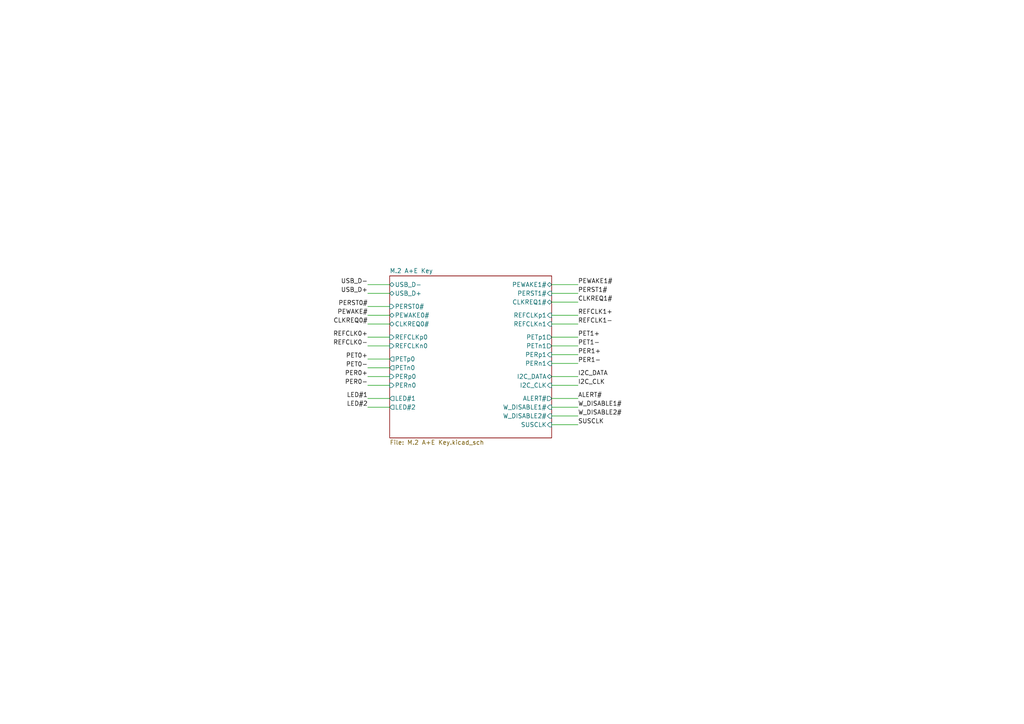
<source format=kicad_sch>
(kicad_sch
	(version 20250114)
	(generator "eeschema")
	(generator_version "9.0")
	(uuid "5fe856aa-e488-4d77-b69a-5a4a48502cc8")
	(paper "A4")
	(lib_symbols)
	(wire
		(pts
			(xy 160.02 102.87) (xy 167.64 102.87)
		)
		(stroke
			(width 0)
			(type default)
		)
		(uuid "0c6d71bf-3d30-4d4a-aa63-41e420caa399")
	)
	(wire
		(pts
			(xy 160.02 109.22) (xy 167.64 109.22)
		)
		(stroke
			(width 0)
			(type default)
		)
		(uuid "13ef4733-cf9b-4d4d-8b60-8e1b1d7dc8d7")
	)
	(wire
		(pts
			(xy 106.68 104.14) (xy 113.03 104.14)
		)
		(stroke
			(width 0)
			(type default)
		)
		(uuid "14409030-129e-429f-9943-876f80d1f626")
	)
	(wire
		(pts
			(xy 160.02 118.11) (xy 167.64 118.11)
		)
		(stroke
			(width 0)
			(type default)
		)
		(uuid "22ba5403-6f24-4ddf-83a8-c3c5b22b03bc")
	)
	(wire
		(pts
			(xy 160.02 111.76) (xy 167.64 111.76)
		)
		(stroke
			(width 0)
			(type default)
		)
		(uuid "2495e78c-c43b-45a4-9a77-4f70a9ffaa6a")
	)
	(wire
		(pts
			(xy 160.02 91.44) (xy 167.64 91.44)
		)
		(stroke
			(width 0)
			(type default)
		)
		(uuid "2afa234f-f0e1-4a97-b7c8-486951ab7f96")
	)
	(wire
		(pts
			(xy 106.68 118.11) (xy 113.03 118.11)
		)
		(stroke
			(width 0)
			(type default)
		)
		(uuid "33c70933-b888-4c6a-b220-e6478516413f")
	)
	(wire
		(pts
			(xy 160.02 115.57) (xy 167.64 115.57)
		)
		(stroke
			(width 0)
			(type default)
		)
		(uuid "35b46148-5f84-44d2-9a5a-fd66e9389915")
	)
	(wire
		(pts
			(xy 106.68 85.09) (xy 113.03 85.09)
		)
		(stroke
			(width 0)
			(type default)
		)
		(uuid "3bba4849-19b5-4888-98f8-b0be739d936a")
	)
	(wire
		(pts
			(xy 160.02 100.33) (xy 167.64 100.33)
		)
		(stroke
			(width 0)
			(type default)
		)
		(uuid "49588001-4c7d-4b18-9c6c-226242410837")
	)
	(wire
		(pts
			(xy 106.68 82.55) (xy 113.03 82.55)
		)
		(stroke
			(width 0)
			(type default)
		)
		(uuid "6c655923-9d61-4e9a-890b-2a17818dc2eb")
	)
	(wire
		(pts
			(xy 160.02 123.19) (xy 167.64 123.19)
		)
		(stroke
			(width 0)
			(type default)
		)
		(uuid "7825be91-9484-4f7a-929d-ac347f966083")
	)
	(wire
		(pts
			(xy 106.68 91.44) (xy 113.03 91.44)
		)
		(stroke
			(width 0)
			(type default)
		)
		(uuid "7cdb73da-8379-4f21-8cf3-994a7118a1f5")
	)
	(wire
		(pts
			(xy 160.02 120.65) (xy 167.64 120.65)
		)
		(stroke
			(width 0)
			(type default)
		)
		(uuid "91eddd19-c0ed-4637-897f-412067f89633")
	)
	(wire
		(pts
			(xy 106.68 93.98) (xy 113.03 93.98)
		)
		(stroke
			(width 0)
			(type default)
		)
		(uuid "94024653-a2d3-4095-a619-1bd2d83444d5")
	)
	(wire
		(pts
			(xy 160.02 97.79) (xy 167.64 97.79)
		)
		(stroke
			(width 0)
			(type default)
		)
		(uuid "94a86a74-75c1-4eb7-84bb-ad377298f6dc")
	)
	(wire
		(pts
			(xy 160.02 105.41) (xy 167.64 105.41)
		)
		(stroke
			(width 0)
			(type default)
		)
		(uuid "a5529aee-fcda-4d5c-bbb2-3c12bbe88037")
	)
	(wire
		(pts
			(xy 106.68 88.9) (xy 113.03 88.9)
		)
		(stroke
			(width 0)
			(type default)
		)
		(uuid "a77f3d86-9238-420d-b0fe-e8977e10910f")
	)
	(wire
		(pts
			(xy 160.02 87.63) (xy 167.64 87.63)
		)
		(stroke
			(width 0)
			(type default)
		)
		(uuid "a9c554ef-71a2-4f6c-9e10-1fa17175f1ce")
	)
	(wire
		(pts
			(xy 106.68 109.22) (xy 113.03 109.22)
		)
		(stroke
			(width 0)
			(type default)
		)
		(uuid "a9de913c-410d-43f2-8893-824ba37bd7fe")
	)
	(wire
		(pts
			(xy 160.02 82.55) (xy 167.64 82.55)
		)
		(stroke
			(width 0)
			(type default)
		)
		(uuid "bcf2f083-6987-43c0-a1c3-fc681e7cd12a")
	)
	(wire
		(pts
			(xy 106.68 115.57) (xy 113.03 115.57)
		)
		(stroke
			(width 0)
			(type default)
		)
		(uuid "cfaa38c1-b0cb-4707-911d-8c2a25850c57")
	)
	(wire
		(pts
			(xy 106.68 97.79) (xy 113.03 97.79)
		)
		(stroke
			(width 0)
			(type default)
		)
		(uuid "d07f73dc-d447-46d0-a5d6-3353b732eb09")
	)
	(wire
		(pts
			(xy 106.68 106.68) (xy 113.03 106.68)
		)
		(stroke
			(width 0)
			(type default)
		)
		(uuid "de1b703f-5da9-4c75-b50d-554927e250dd")
	)
	(wire
		(pts
			(xy 106.68 111.76) (xy 113.03 111.76)
		)
		(stroke
			(width 0)
			(type default)
		)
		(uuid "e4947b16-6c5d-4379-a7f2-ac49cad92287")
	)
	(wire
		(pts
			(xy 160.02 85.09) (xy 167.64 85.09)
		)
		(stroke
			(width 0)
			(type default)
		)
		(uuid "efbc30f9-b2c6-48ab-a2b1-b7d07d3641ee")
	)
	(wire
		(pts
			(xy 160.02 93.98) (xy 167.64 93.98)
		)
		(stroke
			(width 0)
			(type default)
		)
		(uuid "f22a9d89-30e2-4d82-ab9e-cb7a7011578a")
	)
	(wire
		(pts
			(xy 106.68 100.33) (xy 113.03 100.33)
		)
		(stroke
			(width 0)
			(type default)
		)
		(uuid "f9fdbee5-69f5-4047-84cd-2f1e36f6c2ef")
	)
	(label "PET1-"
		(at 167.64 100.33 0)
		(effects
			(font
				(size 1.27 1.27)
			)
			(justify left bottom)
		)
		(uuid "07fc3a85-a0e4-4cf0-bc57-df3e243d9d3a")
	)
	(label "PERST0#"
		(at 106.68 88.9 180)
		(effects
			(font
				(size 1.27 1.27)
			)
			(justify right bottom)
		)
		(uuid "09dc39f8-d262-492b-a32d-df1fcbe7ed82")
	)
	(label "USB_D-"
		(at 106.68 82.55 180)
		(effects
			(font
				(size 1.27 1.27)
			)
			(justify right bottom)
		)
		(uuid "12c1ee71-1000-437d-996d-f54b0be7a642")
	)
	(label "PET1+"
		(at 167.64 97.79 0)
		(effects
			(font
				(size 1.27 1.27)
			)
			(justify left bottom)
		)
		(uuid "1566a7fc-101c-47b9-ba4c-8cb69e375d99")
	)
	(label "PET0-"
		(at 106.68 106.68 180)
		(effects
			(font
				(size 1.27 1.27)
			)
			(justify right bottom)
		)
		(uuid "31f2bc22-a3f9-470e-b983-6f1f143c8607")
	)
	(label "PER0+"
		(at 106.68 109.22 180)
		(effects
			(font
				(size 1.27 1.27)
			)
			(justify right bottom)
		)
		(uuid "33d20ce2-ecca-453d-a145-55256e015e8e")
	)
	(label "LED#2"
		(at 106.68 118.11 180)
		(effects
			(font
				(size 1.27 1.27)
			)
			(justify right bottom)
		)
		(uuid "345b83d2-e519-459c-832b-356bcb4f2457")
	)
	(label "REFCLK0-"
		(at 106.68 100.33 180)
		(effects
			(font
				(size 1.27 1.27)
			)
			(justify right bottom)
		)
		(uuid "38315636-9377-4d13-be7d-fe775ef417e6")
	)
	(label "SUSCLK"
		(at 167.64 123.19 0)
		(effects
			(font
				(size 1.27 1.27)
			)
			(justify left bottom)
		)
		(uuid "3aa685f2-f455-40cf-b0ba-24381b2f9531")
	)
	(label "REFCLK1-"
		(at 167.64 93.98 0)
		(effects
			(font
				(size 1.27 1.27)
			)
			(justify left bottom)
		)
		(uuid "40e4c672-fdcf-405a-834f-ae23eaecf2bd")
	)
	(label "REFCLK1+"
		(at 167.64 91.44 0)
		(effects
			(font
				(size 1.27 1.27)
			)
			(justify left bottom)
		)
		(uuid "45fefd18-c9c7-4f94-bf07-f2f7156a2e54")
	)
	(label "CLKREQ0#"
		(at 106.68 93.98 180)
		(effects
			(font
				(size 1.27 1.27)
			)
			(justify right bottom)
		)
		(uuid "485597f4-1ea7-4c4c-8f1a-2dcc771fd3c1")
	)
	(label "PERST1#"
		(at 167.64 85.09 0)
		(effects
			(font
				(size 1.27 1.27)
			)
			(justify left bottom)
		)
		(uuid "5cbdcf60-55ed-4816-9c9c-294d6180bf3a")
	)
	(label "PER1-"
		(at 167.64 105.41 0)
		(effects
			(font
				(size 1.27 1.27)
			)
			(justify left bottom)
		)
		(uuid "628edb03-cc66-4d91-9210-232738c54217")
	)
	(label "LED#1"
		(at 106.68 115.57 180)
		(effects
			(font
				(size 1.27 1.27)
			)
			(justify right bottom)
		)
		(uuid "6587ec75-0fe6-4e1b-bac6-c88a9ec71569")
	)
	(label "USB_D+"
		(at 106.68 85.09 180)
		(effects
			(font
				(size 1.27 1.27)
			)
			(justify right bottom)
		)
		(uuid "66ca4ffc-57a5-46e5-b8e4-38eff9ff58e6")
	)
	(label "PER0-"
		(at 106.68 111.76 180)
		(effects
			(font
				(size 1.27 1.27)
			)
			(justify right bottom)
		)
		(uuid "6d7398a4-367c-48b2-8604-5fb80882c311")
	)
	(label "PER1+"
		(at 167.64 102.87 0)
		(effects
			(font
				(size 1.27 1.27)
			)
			(justify left bottom)
		)
		(uuid "7131b1dc-1034-44c1-9f4f-90779098227d")
	)
	(label "W_DISABLE2#"
		(at 167.64 120.65 0)
		(effects
			(font
				(size 1.27 1.27)
			)
			(justify left bottom)
		)
		(uuid "80866326-822c-428d-8eea-c416bdf69c59")
	)
	(label "I2C_CLK"
		(at 167.64 111.76 0)
		(effects
			(font
				(size 1.27 1.27)
			)
			(justify left bottom)
		)
		(uuid "8547b712-3d06-4754-95db-685ad4e04ae0")
	)
	(label "CLKREQ1#"
		(at 167.64 87.63 0)
		(effects
			(font
				(size 1.27 1.27)
			)
			(justify left bottom)
		)
		(uuid "9319dd40-d4e0-4cab-8f30-c08e4a82f93b")
	)
	(label "I2C_DATA"
		(at 167.64 109.22 0)
		(effects
			(font
				(size 1.27 1.27)
			)
			(justify left bottom)
		)
		(uuid "9aa0a3c1-542e-4133-a904-825031cab63d")
	)
	(label "PEWAKE1#"
		(at 167.64 82.55 0)
		(effects
			(font
				(size 1.27 1.27)
			)
			(justify left bottom)
		)
		(uuid "9ba2e185-c897-4ba2-a366-0f1daef43280")
	)
	(label "REFCLK0+"
		(at 106.68 97.79 180)
		(effects
			(font
				(size 1.27 1.27)
			)
			(justify right bottom)
		)
		(uuid "a8f1eaa0-5eb6-47ab-829c-49dccecda8bb")
	)
	(label "PET0+"
		(at 106.68 104.14 180)
		(effects
			(font
				(size 1.27 1.27)
			)
			(justify right bottom)
		)
		(uuid "c0446d4c-5f2d-4a2e-9a2b-31abc690a884")
	)
	(label "W_DISABLE1#"
		(at 167.64 118.11 0)
		(effects
			(font
				(size 1.27 1.27)
			)
			(justify left bottom)
		)
		(uuid "c6579520-c6b1-4f27-87f1-ae4b1f95ed5f")
	)
	(label "PEWAKE#"
		(at 106.68 91.44 180)
		(effects
			(font
				(size 1.27 1.27)
			)
			(justify right bottom)
		)
		(uuid "ce236beb-d250-4038-9e46-ac1053061b1e")
	)
	(label "ALERT#"
		(at 167.64 115.57 0)
		(effects
			(font
				(size 1.27 1.27)
			)
			(justify left bottom)
		)
		(uuid "ed35e218-2a95-472c-8566-e4adea56e44c")
	)
	(sheet
		(at 113.03 80.01)
		(size 46.99 46.99)
		(exclude_from_sim no)
		(in_bom yes)
		(on_board yes)
		(dnp no)
		(fields_autoplaced yes)
		(stroke
			(width 0.1524)
			(type solid)
		)
		(fill
			(color 0 0 0 0.0000)
		)
		(uuid "3cfcf2f6-95cb-4bd5-be38-9f012bbbcb18")
		(property "Sheetname" "M.2 A+E Key"
			(at 113.03 79.2984 0)
			(effects
				(font
					(size 1.27 1.27)
				)
				(justify left bottom)
			)
		)
		(property "Sheetfile" "M.2 A+E Key.kicad_sch"
			(at 113.03 127.5846 0)
			(effects
				(font
					(size 1.27 1.27)
				)
				(justify left top)
			)
		)
		(pin "USB_D+" bidirectional
			(at 113.03 85.09 180)
			(uuid "d29732cb-e598-41b6-8b02-700de5cbe7a7")
			(effects
				(font
					(size 1.27 1.27)
				)
				(justify left)
			)
		)
		(pin "USB_D-" bidirectional
			(at 113.03 82.55 180)
			(uuid "40ebfddc-aa60-404f-971a-cd0b9afc37e0")
			(effects
				(font
					(size 1.27 1.27)
				)
				(justify left)
			)
		)
		(pin "CLKREQ0#" bidirectional
			(at 113.03 93.98 180)
			(uuid "93c0db2a-bee6-4014-b2a6-2391b54d667c")
			(effects
				(font
					(size 1.27 1.27)
				)
				(justify left)
			)
		)
		(pin "PEWAKE0#" bidirectional
			(at 113.03 91.44 180)
			(uuid "f5a75336-c6c9-4921-aca3-af9b2fd088be")
			(effects
				(font
					(size 1.27 1.27)
				)
				(justify left)
			)
		)
		(pin "PERST0#" input
			(at 113.03 88.9 180)
			(uuid "642ff72f-c6c1-475d-bbe0-8015271f129b")
			(effects
				(font
					(size 1.27 1.27)
				)
				(justify left)
			)
		)
		(pin "REFCLKn0" input
			(at 113.03 100.33 180)
			(uuid "faeac358-f98f-4501-b77a-bb1f2dc1f348")
			(effects
				(font
					(size 1.27 1.27)
				)
				(justify left)
			)
		)
		(pin "REFCLKp0" input
			(at 113.03 97.79 180)
			(uuid "22296bdd-987f-42e0-bca1-72773947e301")
			(effects
				(font
					(size 1.27 1.27)
				)
				(justify left)
			)
		)
		(pin "PETp0" output
			(at 113.03 104.14 180)
			(uuid "392cc812-d5cc-4cb9-aab7-da1424e490b3")
			(effects
				(font
					(size 1.27 1.27)
				)
				(justify left)
			)
		)
		(pin "PETn0" output
			(at 113.03 106.68 180)
			(uuid "e413e96a-c94f-4bb8-bce0-b4dfc98db063")
			(effects
				(font
					(size 1.27 1.27)
				)
				(justify left)
			)
		)
		(pin "PERp0" input
			(at 113.03 109.22 180)
			(uuid "061b9f1c-ad63-4e03-8e5e-7616a1bbee7d")
			(effects
				(font
					(size 1.27 1.27)
				)
				(justify left)
			)
		)
		(pin "PERn0" input
			(at 113.03 111.76 180)
			(uuid "430ad90a-3751-4301-8020-b8a4bef9d644")
			(effects
				(font
					(size 1.27 1.27)
				)
				(justify left)
			)
		)
		(pin "PEWAKE1#" bidirectional
			(at 160.02 82.55 0)
			(uuid "d5d358c5-0596-4fdc-9812-d4bed0e44bc1")
			(effects
				(font
					(size 1.27 1.27)
				)
				(justify right)
			)
		)
		(pin "PERST1#" input
			(at 160.02 85.09 0)
			(uuid "cd163faa-52b7-4c87-afda-3d8624580c67")
			(effects
				(font
					(size 1.27 1.27)
				)
				(justify right)
			)
		)
		(pin "CLKREQ1#" bidirectional
			(at 160.02 87.63 0)
			(uuid "b73dd670-ce34-45e6-9f2e-74fcc7d955bc")
			(effects
				(font
					(size 1.27 1.27)
				)
				(justify right)
			)
		)
		(pin "REFCLKn1" input
			(at 160.02 93.98 0)
			(uuid "6982d958-3c17-43b8-866a-5b5dc470ef3b")
			(effects
				(font
					(size 1.27 1.27)
				)
				(justify right)
			)
		)
		(pin "REFCLKp1" input
			(at 160.02 91.44 0)
			(uuid "e821ed26-5104-4e48-a56e-2a58792f3881")
			(effects
				(font
					(size 1.27 1.27)
				)
				(justify right)
			)
		)
		(pin "PETp1" output
			(at 160.02 97.79 0)
			(uuid "cc984747-4103-4d10-ab5f-a8945a1c0734")
			(effects
				(font
					(size 1.27 1.27)
				)
				(justify right)
			)
		)
		(pin "PETn1" output
			(at 160.02 100.33 0)
			(uuid "d2b7fa83-bf73-4443-b1eb-83ca5e80eca1")
			(effects
				(font
					(size 1.27 1.27)
				)
				(justify right)
			)
		)
		(pin "PERp1" input
			(at 160.02 102.87 0)
			(uuid "ee8619d7-3b41-499e-a734-9ccd67345919")
			(effects
				(font
					(size 1.27 1.27)
				)
				(justify right)
			)
		)
		(pin "PERn1" input
			(at 160.02 105.41 0)
			(uuid "3437c83e-fa50-4559-8338-3130bb31aa4b")
			(effects
				(font
					(size 1.27 1.27)
				)
				(justify right)
			)
		)
		(pin "I2C_CLK" input
			(at 160.02 111.76 0)
			(uuid "fab28849-ba0a-4821-8275-055c27362484")
			(effects
				(font
					(size 1.27 1.27)
				)
				(justify right)
			)
		)
		(pin "I2C_DATA" bidirectional
			(at 160.02 109.22 0)
			(uuid "a185a860-d954-4c22-9b06-36241c9cdd9c")
			(effects
				(font
					(size 1.27 1.27)
				)
				(justify right)
			)
		)
		(pin "W_DISABLE1#" input
			(at 160.02 118.11 0)
			(uuid "9a577fc8-387d-4431-b38c-4863b9615ce4")
			(effects
				(font
					(size 1.27 1.27)
				)
				(justify right)
			)
		)
		(pin "SUSCLK" input
			(at 160.02 123.19 0)
			(uuid "bd483e60-4449-48cb-a5c1-d0e1fa3f1c59")
			(effects
				(font
					(size 1.27 1.27)
				)
				(justify right)
			)
		)
		(pin "W_DISABLE2#" input
			(at 160.02 120.65 0)
			(uuid "2eed8d73-4b9c-460a-9c0e-e6e257ce8f40")
			(effects
				(font
					(size 1.27 1.27)
				)
				(justify right)
			)
		)
		(pin "ALERT#" output
			(at 160.02 115.57 0)
			(uuid "fc390dc0-c47a-40cb-935c-154bce924fb0")
			(effects
				(font
					(size 1.27 1.27)
				)
				(justify right)
			)
		)
		(pin "LED#2" output
			(at 113.03 118.11 180)
			(uuid "b81ef03b-a1ae-4b4a-b07c-ae710d605f9b")
			(effects
				(font
					(size 1.27 1.27)
				)
				(justify left)
			)
		)
		(pin "LED#1" output
			(at 113.03 115.57 180)
			(uuid "e93e33c5-9802-4913-a991-d090294e6630")
			(effects
				(font
					(size 1.27 1.27)
				)
				(justify left)
			)
		)
		(instances
			(project "M.2 A+E Key 3080"
				(path "/5fe856aa-e488-4d77-b69a-5a4a48502cc8"
					(page "2")
				)
			)
		)
	)
	(sheet_instances
		(path "/"
			(page "1")
		)
	)
	(embedded_fonts no)
)

</source>
